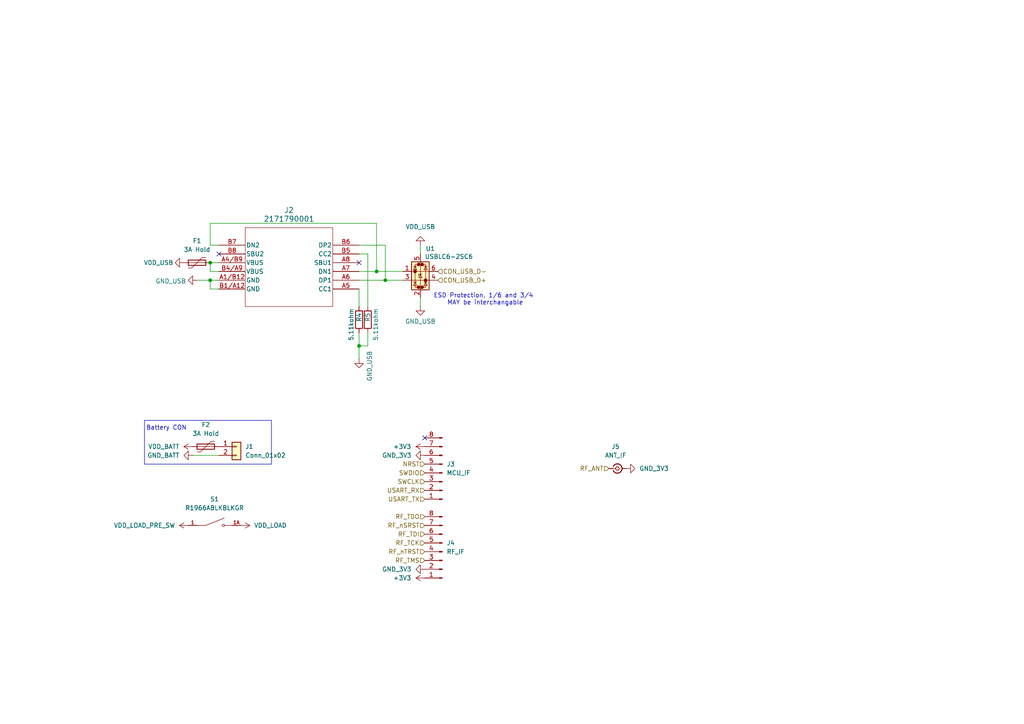
<source format=kicad_sch>
(kicad_sch (version 20231120) (generator "eeschema") (generator_version "8.0")
  (paper "A4")
  (lib_symbols
    (symbol "Connector:Conn_01x08_Pin" (pin_names (offset 1.016) hide)
      (property "Reference" "J" (at 0 10.16 0))
      (property "Value" "Conn_01x08_Pin" (at 0 -12.7 0))
      (symbol "Conn_01x08_Pin_1_1"
        (polyline (pts (xy 1.27 -10.16) (xy 0.8636 -10.16)) (stroke (width 0.1524)))
        (polyline (pts (xy 1.27 -7.62) (xy 0.8636 -7.62)) (stroke (width 0.1524)))
        (polyline (pts (xy 1.27 -5.08) (xy 0.8636 -5.08)) (stroke (width 0.1524)))
        (polyline (pts (xy 1.27 -2.54) (xy 0.8636 -2.54)) (stroke (width 0.1524)))
        (polyline (pts (xy 1.27 0) (xy 0.8636 0)) (stroke (width 0.1524)))
        (polyline (pts (xy 1.27 2.54) (xy 0.8636 2.54)) (stroke (width 0.1524)))
        (polyline (pts (xy 1.27 5.08) (xy 0.8636 5.08)) (stroke (width 0.1524)))
        (polyline (pts (xy 1.27 7.62) (xy 0.8636 7.62)) (stroke (width 0.1524)))
        (rectangle (start 0.8636 -10.033) (end 0 -10.287) (stroke (width 0.1524)) (fill (type outline)))
        (rectangle (start 0.8636 -7.493) (end 0 -7.747) (stroke (width 0.1524)) (fill (type outline)))
        (rectangle (start 0.8636 -4.953) (end 0 -5.207) (stroke (width 0.1524)) (fill (type outline)))
        (rectangle (start 0.8636 -2.413) (end 0 -2.667) (stroke (width 0.1524)) (fill (type outline)))
        (rectangle (start 0.8636 0.127) (end 0 -0.127) (stroke (width 0.1524)) (fill (type outline)))
        (rectangle (start 0.8636 2.667) (end 0 2.413) (stroke (width 0.1524)) (fill (type outline)))
        (rectangle (start 0.8636 5.207) (end 0 4.953) (stroke (width 0.1524)) (fill (type outline)))
        (rectangle (start 0.8636 7.747) (end 0 7.493) (stroke (width 0.1524)) (fill (type outline)))
        (pin passive line (at 5.08 7.62 180) (length 3.81) (name "Pin_1") (number "1"))
        (pin passive line (at 5.08 5.08 180) (length 3.81) (name "Pin_2") (number "2"))
        (pin passive line (at 5.08 2.54 180) (length 3.81) (name "Pin_3") (number "3"))
        (pin passive line (at 5.08 0 180) (length 3.81) (name "Pin_4") (number "4"))
        (pin passive line (at 5.08 -2.54 180) (length 3.81) (name "Pin_5") (number "5"))
        (pin passive line (at 5.08 -5.08 180) (length 3.81) (name "Pin_6") (number "6"))
        (pin passive line (at 5.08 -7.62 180) (length 3.81) (name "Pin_7") (number "7"))
        (pin passive line (at 5.08 -10.16 180) (length 3.81) (name "Pin_8") (number "8"))
      )
    )
    (symbol "Connector:Conn_Coaxial_Small" (pin_numbers hide) (pin_names (offset 1.016) hide)
      (property "Reference" "J" (at 0.254 3.048 0))
      (property "Value" "Conn_Coaxial_Small" (at 0 -3.81 0))
      (symbol "Conn_Coaxial_Small_0_1"
        (polyline (pts (xy -2.54 0) (xy -0.508 0)))
        (circle (center 0 0) (radius 0.508) (stroke (width 0.2032)))
      )
      (symbol "Conn_Coaxial_Small_1_1"
        (arc (start -1.1916 -0.6311) (mid 0.327 -1.3081) (end 1.3484 0.0039) (stroke (width 0.3048)))
        (arc (start 1.3484 -0.0039) (mid 0.327 1.3081) (end -1.1916 0.6311) (stroke (width 0.3048)))
        (pin passive line (at -2.54 0 0) (length 1.27) (name "In") (number "1"))
        (pin passive line (at 2.54 0 180) (length 1.27) (name "Ext") (number "2"))
      )
    )
    (symbol "Connector_Generic:Conn_01x02" (pin_names (offset 1.016) hide)
      (property "Reference" "J" (at 0 2.54 0))
      (property "Value" "Conn_01x02" (at 0 -5.08 0))
      (symbol "Conn_01x02_1_1"
        (rectangle (start -1.27 -2.413) (end 0 -2.667) (stroke (width 0.1524)))
        (rectangle (start -1.27 0.127) (end 0 -0.127) (stroke (width 0.1524)))
        (rectangle (start -1.27 1.27) (end 1.27 -3.81) (stroke (width 0.254)) (fill (type background)))
        (pin passive line (at -5.08 0 0) (length 3.81) (name "Pin_1") (number "1"))
        (pin passive line (at -5.08 -2.54 0) (length 3.81) (name "Pin_2") (number "2"))
      )
    )
    (symbol "Device:Polyfuse" (pin_numbers hide) (pin_names (offset 0))
      (property "Reference" "F" (at -2.54 0 90))
      (property "Value" "Polyfuse" (at 2.54 0 90))
      (symbol "Polyfuse_0_1"
        (rectangle (start -0.762 2.54) (end 0.762 -2.54) (stroke (width 0.254)))
        (polyline (pts (xy 0 2.54) (xy 0 -2.54)))
        (polyline (pts (xy -1.524 2.54) (xy -1.524 1.524) (xy 1.524 -1.524) (xy 1.524 -2.54)))
      )
      (symbol "Polyfuse_1_1"
        (pin passive line (at 0 3.81 270) (length 1.27) (name "~") (number "1"))
        (pin passive line (at 0 -3.81 90) (length 1.27) (name "~") (number "2"))
      )
    )
    (symbol "Device:R" (pin_numbers hide) (pin_names (offset 0))
      (property "Reference" "R" (at 2.032 0 90))
      (property "Value" "R" (at 0 0 90))
      (symbol "R_0_1"
        (rectangle (start -1.016 -2.54) (end 1.016 2.54) (stroke (width 0.254)))
      )
      (symbol "R_1_1"
        (pin passive line (at 0 3.81 270) (length 1.27) (name "~") (number "1"))
        (pin passive line (at 0 -3.81 90) (length 1.27) (name "~") (number "2"))
      )
    )
    (symbol "Power_Protection:USBLC6-2SC6" (pin_names hide)
      (property "Reference" "U" (at 0.635 5.715 0))
      (property "Value" "USBLC6-2SC6" (at 0.635 3.81 0))
      (symbol "USBLC6-2SC6_0_0"
        (circle (center -1.524 0) (radius 0.0001) (stroke (width 0.508)))
        (circle (center -0.508 -4.572) (radius 0.0001) (stroke (width 0.508)))
        (circle (center -0.508 2.032) (radius 0.0001) (stroke (width 0.508)))
        (circle (center 0.508 -4.572) (radius 0.0001) (stroke (width 0.508)))
        (circle (center 0.508 2.032) (radius 0.0001) (stroke (width 0.508)))
        (circle (center 1.524 -2.54) (radius 0.0001) (stroke (width 0.508)))
      )
      (symbol "USBLC6-2SC6_0_1"
        (polyline (pts (xy -2.54 -2.54) (xy 2.54 -2.54)))
        (polyline (pts (xy -2.54 0) (xy 2.54 0)))
        (polyline (pts (xy -2.032 -3.048) (xy -1.016 -3.048)))
        (polyline (pts (xy -1.016 1.524) (xy -2.032 1.524)))
        (polyline (pts (xy 1.016 -3.048) (xy 2.032 -3.048)))
        (polyline (pts (xy 1.016 1.524) (xy 2.032 1.524)))
        (polyline (pts (xy -0.508 -1.143) (xy -0.508 -0.762) (xy 0.508 -0.762)))
        (polyline (pts (xy -2.032 0.508) (xy -1.016 0.508) (xy -1.524 1.524) (xy -2.032 0.508)))
        (polyline (pts (xy -1.016 -4.064) (xy -2.032 -4.064) (xy -1.524 -3.048) (xy -1.016 -4.064)))
        (polyline (pts (xy 0.508 -1.778) (xy -0.508 -1.778) (xy 0 -0.762) (xy 0.508 -1.778)))
        (polyline (pts (xy 2.032 -4.064) (xy 1.016 -4.064) (xy 1.524 -3.048) (xy 2.032 -4.064)))
        (polyline (pts (xy 2.032 0.508) (xy 1.016 0.508) (xy 1.524 1.524) (xy 2.032 0.508)))
        (polyline (pts (xy 0 2.54) (xy -0.508 2.032) (xy 0.508 2.032) (xy 0 1.524) (xy 0 -4.064) (xy -0.508 -4.572) (xy 0.508 -4.572) (xy 0 -5.08)))
      )
      (symbol "USBLC6-2SC6_1_1"
        (rectangle (start -2.54 2.794) (end 2.54 -5.334) (stroke (width 0.254)) (fill (type background)))
        (polyline (pts (xy -0.508 2.032) (xy -1.524 2.032) (xy -1.524 -4.572) (xy -0.508 -4.572)))
        (polyline (pts (xy 0.508 -4.572) (xy 1.524 -4.572) (xy 1.524 2.032) (xy 0.508 2.032)))
        (pin passive line (at -5.08 0 0) (length 2.54) (name "I/O1") (number "1"))
        (pin passive line (at 0 -7.62 90) (length 2.54) (name "GND") (number "2"))
        (pin passive line (at -5.08 -2.54 0) (length 2.54) (name "I/O2") (number "3"))
        (pin passive line (at 5.08 -2.54 180) (length 2.54) (name "I/O2") (number "4"))
        (pin passive line (at 0 5.08 270) (length 2.54) (name "VBUS") (number "5"))
        (pin passive line (at 5.08 0 180) (length 2.54) (name "I/O1") (number "6"))
      )
    )
    (symbol "R1966ABLKBLKGR:R1966ABLKBLKGR" (pin_names (offset 1.016))
      (property "Reference" "S" (at -5.08 5.08 0))
      (property "Value" "R1966ABLKBLKGR" (at -5.08 -5.08 0))
      (symbol "R1966ABLKBLKGR_0_0"
        (polyline (pts (xy -2.54 0) (xy -5.08 0)) (stroke (width 0.1524)))
        (polyline (pts (xy -2.54 0) (xy 2.794 2.1336)) (stroke (width 0.1524)))
        (polyline (pts (xy 5.08 0) (xy 2.921 0)) (stroke (width 0.1524)))
        (circle (center 2.54 0) (radius 0.3302) (stroke (width 0.1524)))
        (pin passive line (at -7.62 0 0) (length 2.54) (name "~") (number "1"))
        (pin passive line (at 7.62 0 180) (length 2.54) (name "~") (number "1A"))
      )
    )
    (symbol "USB-C 2171790001:2171790001" (pin_names (offset 0.254))
      (property "Reference" "J" (at 20.32 10.16 0))
      (property "Value" "2171790001" (at 20.32 7.62 0))
      (symbol "2171790001_0_1"
        (polyline (pts (xy 7.62 -17.78) (xy 33.02 -17.78)) (stroke (width 0.127)))
        (polyline (pts (xy 7.62 5.08) (xy 7.62 -17.78)) (stroke (width 0.127)))
        (polyline (pts (xy 33.02 -17.78) (xy 33.02 5.08)) (stroke (width 0.127)))
        (polyline (pts (xy 33.02 5.08) (xy 7.62 5.08)) (stroke (width 0.127)))
        (pin power_out line (at 40.64 -2.54 180) (length 7.62) (name "GND") (number "A1/B12"))
        (pin power_in line (at 40.64 -7.62 180) (length 7.62) (name "VBUS") (number "A4/B9"))
        (pin bidirectional line (at 0 0 0) (length 7.62) (name "CC1") (number "A5"))
        (pin bidirectional line (at 0 -2.54 0) (length 7.62) (name "DP1") (number "A6"))
        (pin bidirectional line (at 0 -5.08 0) (length 7.62) (name "DN1") (number "A7"))
        (pin bidirectional line (at 0 -7.62 0) (length 7.62) (name "SBU1") (number "A8"))
        (pin power_out line (at 40.64 0 180) (length 7.62) (name "GND") (number "B1/A12"))
        (pin power_in line (at 40.64 -5.08 180) (length 7.62) (name "VBUS") (number "B4/A9"))
        (pin bidirectional line (at 0 -10.16 0) (length 7.62) (name "CC2") (number "B5"))
        (pin bidirectional line (at 0 -12.7 0) (length 7.62) (name "DP2") (number "B6"))
        (pin bidirectional line (at 40.64 -12.7 180) (length 7.62) (name "DN2") (number "B7"))
        (pin bidirectional line (at 40.64 -10.16 180) (length 7.62) (name "SBU2") (number "B8"))
      )
    )
    (symbol "power:+3V3" (power) (pin_numbers hide) (pin_names (offset 0) hide)
      (property "Value" "+3V3" (at 0 3.556 0))
      (symbol "+3V3_0_1"
        (polyline (pts (xy -0.762 1.27) (xy 0 2.54)))
        (polyline (pts (xy 0 0) (xy 0 2.54)))
        (polyline (pts (xy 0 2.54) (xy 0.762 1.27)))
      )
      (symbol "+3V3_1_1"
        (pin power_in line (at 0 0 90) (length 0) (name "~") (number "1"))
      )
    )
    (symbol "power:GND" (power) (pin_numbers hide) (pin_names (offset 0) hide)
      (property "Value" "GND" (at 0 -3.81 0))
      (symbol "GND_0_1"
        (polyline (pts (xy 0 0) (xy 0 -1.27) (xy 1.27 -1.27) (xy 0 -2.54) (xy -1.27 -1.27) (xy 0 -1.27)))
      )
      (symbol "GND_1_1"
        (pin power_in line (at 0 0 270) (length 0) (name "~") (number "1"))
      )
    )
  )
  (junction (at 111.76 81.28))
  (junction (at 60.96 76.2))
  (junction (at 60.96 81.28))
  (junction (at 104.14 100.33))
  (junction (at 109.22 78.74))
  (no_connect (at 63.5 73.66))
  (no_connect (at 104.14 76.2))
  (no_connect (at 123.19 127))
  (wire (pts (xy 60.96 64.77) (xy 60.96 71.12)))
  (wire (pts (xy 104.14 100.33) (xy 106.68 100.33)))
  (wire (pts (xy 63.5 83.82) (xy 60.96 83.82)))
  (wire (pts (xy 104.14 73.66) (xy 106.68 73.66)))
  (wire (pts (xy 106.68 73.66) (xy 106.68 88.9)))
  (wire (pts (xy 57.15 81.28) (xy 60.96 81.28)))
  (wire (pts (xy 106.68 100.33) (xy 106.68 96.52)))
  (wire (pts (xy 63.5 132.08) (xy 55.88 132.08)))
  (wire (pts (xy 104.14 81.28) (xy 111.76 81.28)))
  (wire (pts (xy 60.96 78.74) (xy 60.96 76.2)))
  (wire (pts (xy 104.14 83.82) (xy 104.14 88.9)))
  (wire (pts (xy 60.96 76.2) (xy 63.5 76.2)))
  (wire (pts (xy 104.14 96.52) (xy 104.14 100.33)))
  (wire (pts (xy 111.76 81.28) (xy 111.76 71.12)))
  (wire (pts (xy 104.14 100.33) (xy 104.14 104.14)))
  (wire (pts (xy 109.22 64.77) (xy 60.96 64.77)))
  (wire (pts (xy 63.5 78.74) (xy 60.96 78.74)))
  (wire (pts (xy 60.96 83.82) (xy 60.96 81.28)))
  (wire (pts (xy 109.22 64.77) (xy 109.22 78.74)))
  (wire (pts (xy 111.76 71.12) (xy 104.14 71.12)))
  (wire (pts (xy 60.96 81.28) (xy 63.5 81.28)))
  (wire (pts (xy 104.14 78.74) (xy 109.22 78.74)))
  (wire (pts (xy 121.92 71.12) (xy 121.92 73.66)))
  (wire (pts (xy 121.92 88.9) (xy 121.92 86.36)))
  (wire (pts (xy 111.76 81.28) (xy 116.84 81.28)))
  (wire (pts (xy 60.96 71.12) (xy 63.5 71.12)))
  (wire (pts (xy 109.22 78.74) (xy 116.84 78.74)))
  (rectangle (start 41.91 121.92) (end 78.74 134.62))
  (text "Battery CON" (at 48.26 124.206 0) (effects (font (size 1.27 1.27))))
  (text "ESD Protection, 1/6 and 3/4 \nMAY be interchangable" (at 140.716 86.868 0) (effects (font (size 1.27 1.27))))
  (hierarchical_label "SWCLK" (shape input) (at 123.19 139.7 180))
  (hierarchical_label "USART_RX" (shape input) (at 123.19 142.24 180))
  (hierarchical_label "CON_USB_D-" (shape input) (at 127 78.74 0))
  (hierarchical_label "NRST" (shape input) (at 123.19 134.62 180))
  (hierarchical_label "CON_USB_D+" (shape input) (at 127 81.28 0))
  (hierarchical_label "RF_TCK" (shape input) (at 123.19 157.48 180))
  (hierarchical_label "RF_ANT" (shape input) (at 176.53 135.89 180))
  (hierarchical_label "RF_nSRST" (shape input) (at 123.19 152.4 180))
  (hierarchical_label "RF_TDO" (shape input) (at 123.19 149.86 180))
  (hierarchical_label "RF_TMS" (shape input) (at 123.19 162.56 180))
  (hierarchical_label "USART_TX" (shape input) (at 123.19 144.78 180))
  (hierarchical_label "SWDIO" (shape input) (at 123.19 137.16 180))
  (hierarchical_label "RF_nTRST" (shape input) (at 123.19 160.02 180))
  (hierarchical_label "RF_TDI" (shape input) (at 123.19 154.94 180))
  (symbol (lib_id "Power_Protection:USBLC6-2SC6") (at 121.92 78.74 0) (unit 1)
    (property "Reference" "U1" (at 123.444 72.136 0) (effects (justify left)))
    (property "Value" "USBLC6-2SC6" (at 123.19 74.422 0) (effects (justify left)))
    (property "Footprint" "Package_TO_SOT_SMD:SOT-23-6" (effects (hide yes)))
    (property "Datasheet" "https://www.digikey.ca/en/products/detail/stmicroelectronics/USBLC6-2SC6/1040559" (effects (hide yes)))
    (property "Description" "Very low capacitance ESD protection diode, 2 data-line, SOT-23-6" (effects (hide yes)))
    (property "MANUF_PN" "USBLC6-2SC6" (effects (hide yes)))
  )
  (symbol (lib_id "power:+3V3") (at 123.19 129.54 90) (unit 1)
    (property "Reference" "#PWR031" (effects (hide yes)))
    (property "Value" "+3V3" (at 119.3 129.5399 90) (effects (justify left)))
    (property "Description" "Power symbol creates a global label with name \"+3V3\"" (effects (hide yes)))
  )
  (symbol (lib_id "Connector:Conn_01x08_Pin") (at 128.27 137.16 180) (unit 1)
    (property "Reference" "J3" (at 129.54 134.6199 0) (effects (justify right)))
    (property "Value" "MCU_IF" (at 129.54 137.1599 0) (effects (justify right)))
    (property "Footprint" "Connector_PinHeader_2.54mm:PinHeader_2x04_P2.54mm_Vertical" (effects (hide yes)))
    (property "Description" "Generic connector, single row, 01x08, script generated" (effects (hide yes)))
    (property "MANUF_PN" "PH2-08-UA" (effects (hide yes)))
  )
  (symbol (lib_id "power:GND") (at 104.14 104.14 0) (unit 1)
    (property "Reference" "#PWR028" (effects (hide yes)))
    (property "Value" "GND_USB" (at 107.188 106.172 90))
    (property "Description" "Power symbol creates a global label with name \"GND\" , ground" (effects (hide yes)))
  )
  (symbol (lib_id "Device:R") (at 104.14 92.71 0) (mirror x) (unit 1)
    (property "Reference" "R4" (at 104.14 90.678 90) (effects (justify left)))
    (property "Value" "5.11kohm" (at 101.854 89.408 90) (effects (justify left)))
    (property "Footprint" "Resistor_SMD:R_0603_1608Metric" (effects (hide yes)))
    (property "Description" "Resistor" (effects (hide yes)))
    (property "MANUF_PN" "CRCW06035K11FKEAC" (effects (hide yes)))
  )
  (symbol (lib_id "USB-C 2171790001:2171790001") (at 104.14 83.82 180) (unit 1)
    (property "Reference" "J2" (at 83.82 60.96 0) (effects (font (size 1.524 1.524))))
    (property "Value" "2171790001" (at 83.82 63.5 0) (effects (font (size 1.524 1.524))))
    (property "Footprint" "USB-C 2171790001:2171790001_MOL" (effects (hide yes)))
    (property "Datasheet" "https://www.digikey.ca/en/products/detail/molex/2171790001/13913749" (effects (hide yes)))
    (property "MANUF_PN" "2171790001" (effects (hide yes)))
  )
  (symbol (lib_id "Device:Polyfuse") (at 57.15 76.2 90) (unit 1)
    (property "Reference" "F1" (at 57.15 69.85 90))
    (property "Value" "3A Hold" (at 57.15 72.39 90))
    (property "Footprint" "Fuse:Fuse_1812_4532Metric_Pad1.30x3.40mm_HandSolder" (effects (hide yes)))
    (property "Description" "Resettable fuse, polymeric positive temperature coefficient" (effects (hide yes)))
    (property "MANUF_PN" "0ZCG0300FF2B" (effects (hide yes)))
  )
  (symbol (lib_id "power:+3V3") (at 69.85 152.4 270) (unit 1)
    (property "Reference" "#PWR027" (effects (hide yes)))
    (property "Value" "VDD_LOAD" (at 73.66 152.3999 90) (effects (justify left)))
    (property "Description" "Power symbol creates a global label with name \"+3V3\"" (effects (hide yes)))
  )
  (symbol (lib_id "power:GND") (at 123.19 132.08 270) (unit 1)
    (property "Reference" "#PWR032" (effects (hide yes)))
    (property "Value" "GND_3V3" (at 119.38 132.0799 90) (effects (justify right)))
    (property "Description" "Power symbol creates a global label with name \"GND\" , ground" (effects (hide yes)))
  )
  (symbol (lib_id "Connector:Conn_01x08_Pin") (at 128.27 160.02 180) (unit 1)
    (property "Reference" "J4" (at 129.54 157.4799 0) (effects (justify right)))
    (property "Value" "RF_IF" (at 129.54 160.0199 0) (effects (justify right)))
    (property "Footprint" "Connector_PinHeader_2.54mm:PinHeader_2x04_P2.54mm_Vertical" (effects (hide yes)))
    (property "Description" "Generic connector, single row, 01x08, script generated" (effects (hide yes)))
    (property "MANUF_PN" "PH2-08-UA" (effects (hide yes)))
  )
  (symbol (lib_id "power:GND") (at 123.19 165.1 270) (unit 1)
    (property "Reference" "#PWR033" (effects (hide yes)))
    (property "Value" "GND_3V3" (at 119.38 165.0999 90) (effects (justify right)))
    (property "Description" "Power symbol creates a global label with name \"GND\" , ground" (effects (hide yes)))
  )
  (symbol (lib_id "R1966ABLKBLKGR:R1966ABLKBLKGR") (at 62.23 152.4 0) (unit 1)
    (property "Reference" "S1" (at 62.23 144.78 0))
    (property "Value" "R1966ABLKBLKGR" (at 62.23 147.32 0))
    (property "Footprint" "R1966ABLKBLKGR:SW_R1966ABLKBLKGR" (effects (hide yes)))
    (property "Datasheet" "https://www.digikey.com/en/products/detail/e-switch/R1966ABLKBLKGR/379042" (effects (hide yes)))
    (property "PARTREV" "E" (effects (hide yes)))
    (property "SNAPEDA_PN" "R1966ABLKBLKGR" (effects (hide yes)))
    (property "STANDARD" "Manufacturer Recommendations" (effects (hide yes)))
    (property "MAXIMUM_PACKAGE_HEIGHT" "14.8 mm" (effects (hide yes)))
    (property "MANUFACTURER" "E-Switch" (effects (hide yes)))
    (property "MANUF_PN" "R1966ABLKBLKGR" (effects (hide yes)))
  )
  (symbol (lib_id "power:GND") (at 121.92 88.9 0) (unit 1)
    (property "Reference" "#PWR030" (effects (hide yes)))
    (property "Value" "GND_USB" (at 121.92 93.218 0))
    (property "Description" "Power symbol creates a global label with name \"GND\" , ground" (effects (hide yes)))
  )
  (symbol (lib_id "power:GND") (at 57.15 81.28 270) (unit 1)
    (property "Reference" "#PWR026" (effects (hide yes)))
    (property "Value" "GND_USB" (at 49.53 81.534 90))
    (property "Description" "Power symbol creates a global label with name \"GND\" , ground" (effects (hide yes)))
  )
  (symbol (lib_id "power:GND") (at 121.92 71.12 180) (unit 1)
    (property "Reference" "#PWR029" (effects (hide yes)))
    (property "Value" "VDD_USB" (at 121.92 65.786 0))
    (property "Description" "Power symbol creates a global label with name \"GND\" , ground" (effects (hide yes)))
  )
  (symbol (lib_id "power:+3V3") (at 54.61 152.4 90) (unit 1)
    (property "Reference" "#PWR022" (effects (hide yes)))
    (property "Value" "VDD_LOAD_PRE_SW" (at 50.8 152.3999 90) (effects (justify left)))
    (property "Description" "Power symbol creates a global label with name \"+3V3\"" (effects (hide yes)))
  )
  (symbol (lib_id "Connector_Generic:Conn_01x02") (at 68.58 129.54 0) (unit 1)
    (property "Reference" "J1" (at 71.12 129.5399 0) (effects (justify left)))
    (property "Value" "Conn_01x02" (at 71.12 132.0799 0) (effects (justify left)))
    (property "Footprint" "Connector_JST:JST_XH_B2B-XH-AM_1x02_P2.50mm_Vertical" (effects (hide yes)))
    (property "Description" "Generic connector, single row, 01x02, script generated (kicad-library-utils/schlib/autogen/connector/)" (effects (hide yes)))
    (property "MANUF_PN" "B2B-XH-AM" (effects (hide yes)))
  )
  (symbol (lib_id "power:+3V3") (at 55.88 129.54 90) (unit 1)
    (property "Reference" "#PWR023" (effects (hide yes)))
    (property "Value" "VDD_BATT" (at 52.07 129.5399 90) (effects (justify left)))
    (property "Description" "Power symbol creates a global label with name \"+3V3\"" (effects (hide yes)))
  )
  (symbol (lib_id "Device:R") (at 106.68 92.71 180) (unit 1)
    (property "Reference" "R5" (at 106.68 90.678 90) (effects (justify left)))
    (property "Value" "5.11kohm" (at 108.966 89.408 90) (effects (justify left)))
    (property "Footprint" "Resistor_SMD:R_0603_1608Metric" (effects (hide yes)))
    (property "Description" "Resistor" (effects (hide yes)))
    (property "MANUF_PN" "CRCW06035K11FKEAC" (effects (hide yes)))
  )
  (symbol (lib_id "power:+3V3") (at 123.19 167.64 90) (unit 1)
    (property "Reference" "#PWR034" (effects (hide yes)))
    (property "Value" "+3V3" (at 119.3 167.6399 90) (effects (justify left)))
    (property "Description" "Power symbol creates a global label with name \"+3V3\"" (effects (hide yes)))
  )
  (symbol (lib_id "power:GND") (at 55.88 132.08 270) (unit 1)
    (property "Reference" "#PWR024" (effects (hide yes)))
    (property "Value" "GND_BATT" (at 52.07 132.0799 90) (effects (justify right)))
    (property "Description" "Power symbol creates a global label with name \"GND\" , ground" (effects (hide yes)))
  )
  (symbol (lib_id "power:GND") (at 181.61 135.89 90) (unit 1)
    (property "Reference" "#PWR035" (effects (hide yes)))
    (property "Value" "GND_3V3" (at 185.42 135.8899 90) (effects (justify right)))
    (property "Description" "Power symbol creates a global label with name \"GND\" , ground" (effects (hide yes)))
  )
  (symbol (lib_id "Device:Polyfuse") (at 59.69 129.54 90) (unit 1)
    (property "Reference" "F2" (at 59.69 123.19 90))
    (property "Value" "3A Hold" (at 59.69 125.73 90))
    (property "Footprint" "Fuse:Fuse_1812_4532Metric_Pad1.30x3.40mm_HandSolder" (effects (hide yes)))
    (property "Description" "Resettable fuse, polymeric positive temperature coefficient" (effects (hide yes)))
    (property "MANUF_PN" "0ZCG0300FF2B" (effects (hide yes)))
  )
  (symbol (lib_id "power:GND") (at 53.34 76.2 270) (unit 1)
    (property "Reference" "#PWR025" (effects (hide yes)))
    (property "Value" "VDD_USB" (at 45.974 76.2 90))
    (property "Description" "Power symbol creates a global label with name \"GND\" , ground" (effects (hide yes)))
  )
  (symbol (lib_id "Connector:Conn_Coaxial_Small") (at 179.07 135.89 0) (unit 1)
    (property "Reference" "J5" (at 178.5504 129.54 0))
    (property "Value" "ANT_IF" (at 178.5504 132.08 0))
    (property "Footprint" "Connector_Coaxial:SMA_Molex_73251-1153_EdgeMount_Horizontal" (effects (hide yes)))
    (property "Description" "small coaxial connector (BNC, SMA, SMB, SMC, Cinch/RCA, LEMO, ...)" (effects (hide yes)))
    (property "MANUF_PN" "0732511153" (effects (hide yes)))
  )
)
</source>
